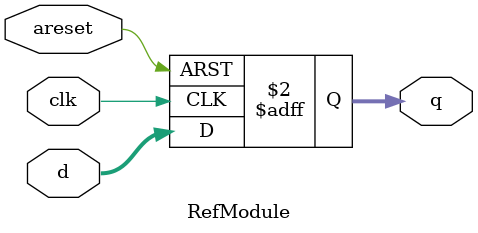
<source format=sv>

module RefModule (
  input clk,
  input [7:0] d,
  input areset,
  output reg [7:0] q
);

  always @(posedge clk, posedge areset)
    if (areset)
      q <= 0;
    else
      q <= d;

endmodule

</source>
